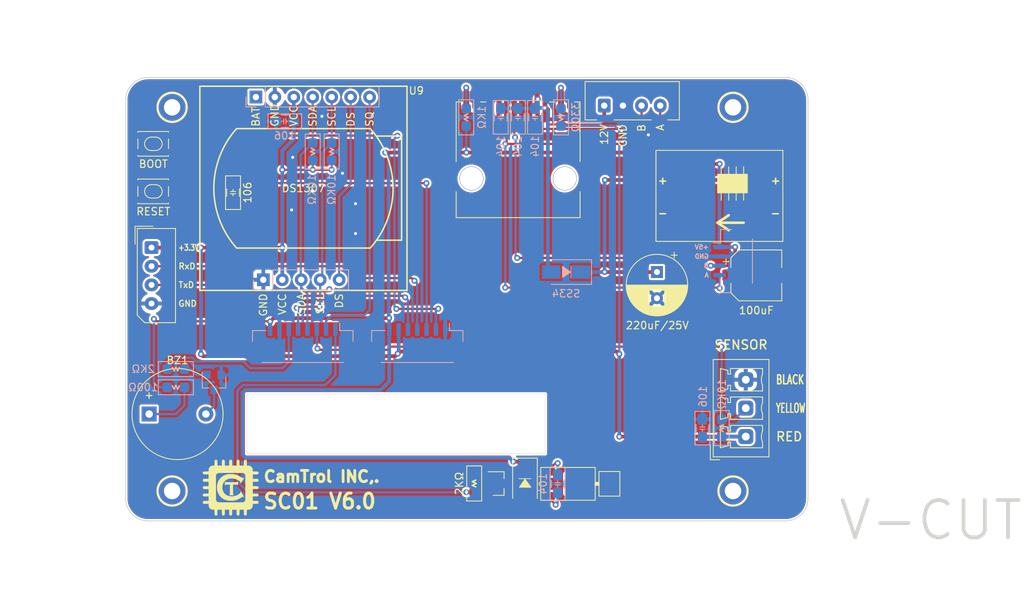
<source format=kicad_pcb>
(kicad_pcb (version 20240108) (generator "pcbnew") (generator_version "8.0")
  (layers (0 "F.Cu" signal) (31 "B.Cu" signal) (34 "B.Paste" user) (35 "F.Paste" user) (36 "B.SilkS" user "B.Silkscreen") (37 "F.SilkS" user "F.Silkscreen") (38 "B.Mask" user) (39 "F.Mask" user) (44 "Edge.Cuts" user))
  (net 0 "")
  (net 1 "GNDPWR")
  (net 2 "+3V3")
  (net 3 "+5V")
  (net 4 "/485-A")
  (net 5 "/485-B")
  (net 6 "unconnected-(U9-DS-Pad2)")
  (net 7 "Net-(D1-K)")
  (net 8 "/SCL")
  (net 9 "/SDA")
  (net 10 "Net-(J4-Pin_2)")
  (net 11 "From Main 12V")
  (net 17 "Net-(Q15-B)")
  (net 18 "Net-(D3-A)")
  (net 19 "Net-(Q1-B)")
  (net 21 "Net-(BZ1--)")
  (net 22 "Net-(BZ1-+)")
  (net 24 "Net-(J5-Pin_1)")
  (net 25 "Net-(J5-Pin_2)")
  (net 26 "Net-(J5-Pin_6)")
  (net 27 "Net-(J7-Pin_3)")
  (net 28 "Net-(J2-Pin_2)")
  (net 29 "Net-(J2-Pin_3)")
  (net 30 "Net-(J7-Pin_2)")
  (net 31 "Net-(J1-Pad12)")
  (net 33 "Net-(J1-Pad10)")
  (footprint "Server.pretty:PhoenixContact_MCV_1,5_3-G-3.81_1x03_P3.81mm_Vertical" (layer "F.Cu") (at 136.29 89.78 90)
    (property "Reference" "J4" (hide yes))
    (property "Value" "Conn_01x03_Pin" (hide yes))
  )
  (footprint "Server.pretty:MountingHole_SC01" (layer "F.Cu") (at 134.58 45.67)
    (property "Reference" "H5" (hide yes))
    (property "Value" "MH" (hide yes))
  )
  (footprint "Server.pretty:TS-3404" (layer "F.Cu") (at 56.9 50.56 90)
    (property "Reference" "SW1" (hide yes))
    (property "Value" "BOOT")
  )
  (footprint "Server:DS1307" (layer "F.Cu") (at 77.03 56.52)
    (property "Reference" "U9")
    (property "Value" "DS1307")
  )
  (footprint "Server:RJ45_LED_SMD" (layer "F.Cu") (at 105.79 43.4)
    (property "Reference" "J1" (hide yes))
    (property "Value" "RJ45_LED" (hide yes))
  )
  (footprint "Server.pretty:3610-Motor" (layer "F.Cu") (at 116.12 96.11 180)
    (property "Reference" "M1" (hide yes))
    (property "Value" "MOTOR" (hide yes))
  )
  (footprint "Server.pretty:SOT-23" (layer "F.Cu") (at 103.15 96.07)
    (property "Reference" "Q15" (hide yes))
    (property "Value" "MMBTA42L" (hide yes))
  )
  (footprint "Server.pretty:R_0805_HandSoldering" (layer "F.Cu") (at 99.91 96.06 -90)
    (property "Reference" "R17" (hide yes))
    (property "Value" "2KΩ")
  )
  (footprint "Capacitor_SMD:CP_Elec_6.3x5.3" (layer "F.Cu") (at 137.7 68.18)
    (property "Reference" "C17" (hide yes))
    (property "Value" "100uF")
  )
  (footprint "Buzzer_Beeper:Buzzer_12x9.5RM7.6" (layer "F.Cu") (at 56.36 86.76)
    (property "Reference" "BZ1")
    (property "Value" "Buzzer" (hide yes))
  )
  (footprint "Server.pretty:TS-3404" (layer "F.Cu") (at 56.9 56.93 90)
    (property "Reference" "SW2" (hide yes))
    (property "Value" "RESET")
  )
  (footprint "Server.pretty:C_0805_HandSoldering" (layer "F.Cu") (at 67.6 57.1 90)
    (property "Reference" "C5" (hide yes))
    (property "Value" "106")
  )
  (footprint "Server.pretty:MountingHole_SC01" (layer "F.Cu") (at 59.44 97.07)
    (property "Reference" "H4" (hide yes))
    (property "Value" "MH" (hide yes))
  )
  (footprint "Server:TZT-SMD" (layer "F.Cu") (at 130.505 55.63 180)
    (property "Reference" "MO1" (hide yes))
    (property "Value" "MP1584" (hide yes))
  )
  (footprint "Server.pretty:D_SMA" (layer "F.Cu") (at 106.71 96.07 -90)
    (property "Reference" "D3" (hide yes))
    (property "Value" "SS34" (hide yes))
  )
  (footprint "Server.pretty:logo" (layer "F.Cu") (at 67.3 96.59)
    (property "Reference" "G***" (hide yes))
    (property "Value" "LOGO" (hide yes))
  )
  (footprint "Server.pretty:MountingHole_SC01" (layer "F.Cu") (at 134.58 97.07)
    (property "Reference" "H6" (hide yes))
    (property "Value" "MH" (hide yes))
  )
  (footprint "Server.pretty:Molex_SPOX_5267-04A_1x04_P2.50mm_Vertical" (layer "F.Cu") (at 56.68 68.27 -90)
    (property "Reference" "J2" (hide yes))
    (property "Value" "5267-04P" (hide yes))
  )
  (footprint "Server:XH2.54-4P" (layer "F.Cu") (at 121.14 45.44)
    (property "Reference" "J6" (hide yes))
    (property "Value" "5267-04P" (hide yes))
  )
  (footprint "Capacitor_THT:CP_Radial_D8.0mm_P3.50mm" (layer "F.Cu") (at 124.39 67.737349 -90)
    (property "Reference" "C22" (hide yes))
    (property "Value" "220uF/25V")
  )
  (footprint "Server.pretty:MountingHole_SC01" (layer "F.Cu") (at 59.44 45.67)
    (property "Reference" "H3" (hide yes))
    (property "Value" "MH" (hide yes))
  )
  (footprint "Server.pretty:C_0805_HandSoldering" (layer "B.Cu") (at 74.535 47.54 180)
    (property "Reference" "C1" (hide yes))
    (property "Value" "106")
  )
  (footprint "Connector_JST:JST_GH_SM07B-GHS-TB_1x07-1MP_P1.25mm_Horizontal" (layer "B.Cu") (at 92.28 77.29 180)
    (property "Reference" "J7" (hide yes))
    (property "Value" "Conn_01x8_Male" (hide yes))
  )
  (footprint "Server.pretty:C_0805_HandSoldering" (layer "B.Cu") (at 130.48 88.65 -90)
    (property "Reference" "C2" (hide yes))
    (property "Value" "106")
  )
  (footprint "Server.pretty:R_0805_HandSoldering" (layer "B.Cu") (at 80.815 51.6 -90)
    (property "Reference" "R42" (hide yes))
    (property "Value" "10KΩ")
  )
  (footprint "Server.pretty:R_0805_HandSoldering" (layer "B.Cu") (at 78.275 51.6 -90)
    (property "Reference" "R43" (hide yes))
    (property "Value" "10KΩ")
  )
  (footprint "Server.pretty:C_0805_HandSoldering" (layer "B.Cu") (at 111.08 96.11 -90)
    (property "Reference" "C3" (hide yes))
    (property "Value" "104")
  )
  (footprint "Server.pretty:C_0805_HandSoldering" (layer "B.Cu") (at 103.46 47.01 90)
    (property "Reference" "C4" (hide yes))
    (property "Value" "104")
  )
  (footprint "Server.pretty:C_0805_HandSoldering" (layer "B.Cu") (at 108.06 47.01 90)
    (property "Reference" "C16" (hide yes))
    (property "Value" "104")
  )
  (footprint "Server.pretty:SOT-23" (layer "B.Cu") (at 65.05 82.51 -90)
    (property "Reference" "Q1" (hide yes))
    (property "Value" "MMBTA42L" (hide yes))
  )
  (footprint "Server.pretty:D_SMA" (layer "B.Cu") (at 112.23 67.74 180)
    (property "Reference" "D1" (hide yes))
    (property "Value" "SS34")
  )
  (footprint "Server.pretty:C_0805_HandSoldering" (layer "B.Cu") (at 105.76 47.01 90)
    (property "Reference" "C15" (hide yes))
    (property "Value" "104")
  )
  (footprint "Connector_JST:JST_GH_SM08B-GHS-TB_1x08-1MP_P1.25mm_Horizontal" (layer "B.Cu") (at 76.94 77.29 180)
    (property "Reference" "J5" (hide yes))
    (property "Value" "Conn_01x08_Pin" (hide yes))
  )
  (footprint "Server:R_0805_HandSoldering" (layer "B.Cu") (at 111.53 47.01 -90)
    (property "Reference" "R4" (hide yes))
    (property "Value" "330Ω")
  )
  (footprint "Server.pretty:R_0805_HandSoldering" (layer "B.Cu") (at 98.84 47.01 90)
    (property "Reference" "R40" (hide yes))
    (property "Value" "1KΩ")
  )
  (footprint "Server.pretty:R_0805_HandSoldering" (layer "B.Cu") (at 59.94 83.18 180)
    (property "Reference" "R3" (hide yes))
    (property "Value" "100Ω")
  )
  (footprint "Connector_JST:JST_GH_SM04B-GHS-TB_1x04-1MP_P1.25mm_Horizontal" (layer "B.Cu") (at 134.62 66.265 -90)
    (property "Reference" "J3" (hide yes))
    (property "Value" "Conn_01x04_Pin" (hide yes))
  )
  (footprint "Server.pretty:R_0805_HandSoldering" (layer "B.Cu") (at 59.94 80.73 180)
    (property "Reference" "R2" (hide yes))
    (property "Value" "2KΩ")
  )
  (footprint "Server.pretty:R_0805_HandSoldering" (layer "B.Cu") (at 133.07 88.65 90)
    (property "Reference" "R1" (hide yes))
    (property "Value" "10KΩ")
  )
  (gr_rect (start 69.44 84.07) (end 109.44 92.07) (stroke (width 0.05)) (fill none) (layer "Edge.Cuts"))
  (gr_arc (start 56.22 101.07) (mid 54.09868 100.19132) (end 53.22 98.07) (stroke (width 0.12)) (layer "Edge.Cuts"))
  (gr_arc (start 144.62 98.07) (mid 143.74132 100.19132) (end 141.62 101.07) (stroke (width 0.12)) (layer "Edge.Cuts"))
  (gr_line (start 144.62 98.07) (end 144.62 44.67) (stroke (width 0.12)) (layer "Edge.Cuts"))
  (gr_line (start 141.62 41.67) (end 56.22 41.67) (stroke (width 0.12)) (layer "Edge.Cuts"))
  (gr_arc (start 141.62 41.67) (mid 143.74132 42.54868) (end 144.62 44.67) (stroke (width 0.12)) (layer "Edge.Cuts"))
  (gr_line (start 141.62 101.07) (end 56.22 101.07) (stroke (width 0.12)) (layer "Edge.Cuts"))
  (gr_line (start 53.22 98.07) (end 53.22 44.67) (stroke (width 0.12)) (layer "Edge.Cuts"))
  (gr_arc (start 53.22 44.67) (mid 54.09868 42.54868) (end 56.22 41.67) (stroke (width 0.12)) (layer "Edge.Cuts"))
  (gr_text "SC01 V6.0" (at 71.48 98.45 0) (layer "F.SilkS") (effects (font (size 2 1.9) (thickness 0.4)) (justify left)))
  (gr_text "RxD" (at 60.21 66.96 0) (layer "F.SilkS") (effects (font (size 0.8 0.8)) (justify left)))
  (gr_text "CamTrol INC,." (at 71.52 95.14 0) (layer "F.SilkS") (effects (font (size 1.5 1.5) (thickness 0.375)) (justify left)))
  (gr_text "RED" (at 140.23 89.79 0) (layer "F.SilkS") (effects (font (size 1.2 1.2) (thickness 0.2)) (justify left)))
  (gr_text "SENSOR" (at 131.98 77.49 0) (layer "F.SilkS") (effects (font (size 1.2 1.2) (thickness 0.2)) (justify left)))
  (gr_text "+3.3V" (at 60.21 64.46 0) (layer "F.SilkS") (effects (font (size 0.8 0.6)) (justify left)))
  (gr_text "TxD" (at 60.21 69.46 0) (layer "F.SilkS") (effects (font (size 0.8 0.8)) (justify left)))
  (gr_text "YELLOW" (at 140.24 85.97 0) (layer "F.SilkS") (effects (font (size 1.2 0.7) (thickness 0.175)) (justify left)))
  (gr_text "GND" (at 60.19 71.96 0) (layer "F.SilkS") (effects (font (size 0.8 0.8)) (justify left)))
  (gr_text "BLACK" (at 140.24 82.16 0) (layer "F.SilkS") (effects (font (size 1.2 0.8) (thickness 0.2)) (justify left)))
  (gr_text "V-CUT" (at 161.06 100.99 0) (layer "Edge.Cuts") (effects (font (size 5 5) (thickness 0.5))))
  (via (at 123.24 49.36) (size 0.8) (drill 0.4) (layers "F.Cu" "B.Cu") (net 1))
  (via (at 78.24 56.87) (size 0.8) (drill 0.4) (layers "F.Cu" "B.Cu") (net 1))
  (via (at 84.01 62.58) (size 0.8) (drill 0.4) (layers "F.Cu" "B.Cu") (net 1))
  (via (at 82.26 54.5) (size 0.8) (drill 0.4) (layers "F.Cu" "B.Cu") (net 1))
  (via (at 75.45 59.41) (size 0.8) (drill 0.4) (layers "F.Cu" "B.Cu") (net 1))
  (via (at 75.59 52.37) (size 0.8) (drill 0.4) (layers "F.Cu" "B.Cu") (net 1))
  (via (at 84.01 58.58) (size 0.8) (drill 0.4) (layers "F.Cu" "B.Cu") (net 1))
  (via (at 79.51 46.87) (size 0.8) (drill 0.4) (layers "F.Cu" "B.Cu") (net 1))
  (segment (start 56.69 64.47) (end 56.68 64.46) (width 0.5) (layer "F.Cu") (net 2))
  (segment (start 89.66 78.67) (end 89.33 79) (width 0.5) (layer "F.Cu") (net 2))
  (segment (start 78.28 54.04) (end 74.195 54.04) (width 0.3) (layer "F.Cu") (net 2))
  (segment (start 119.03 78.4) (end 89.93 78.4) (width 0.5) (layer "F.Cu") (net 2))
  (segment (start 119.35 78.72) (end 119.03 78.4) (width 0.5) (layer "F.Cu") (net 2))
  (segment (start 80.81 54.04) (end 78.28 54.04) (width 0.3) (layer "F.Cu") (net 2))
  (segment (start 89.33 79) (end 63.56 79) (width 0.5) (layer "F.Cu") (net 2))
  (segment (start 63.3 64.47) (end 56.69 64.47) (width 0.5) (layer "F.Cu") (net 2))
  (segment (start 63.3 64.47) (end 74.195 64.47) (width 0.5) (layer "F.Cu") (net 2))
  (segment (start 119.34 89.78) (end 119.35 89.79) (width 0.5) (layer "F.Cu") (net 2))
  (segment (start 136.29 89.78) (end 119.34 89.78) (width 0.5) (layer "F.Cu") (net 2))
  (segment (start 63.56 79) (end 63.3 78.74) (width 0.5) (layer "F.Cu") (net 2))
  (segment (start 89.93 78.4) (end 89.66 78.67) (width 0.5) (layer "F.Cu") (net 2))
  (via (at 78.28 54.04) (size 0.8) (drill 0.4) (layers "F.Cu" "B.Cu") (net 2))
  (via (at 80.81 54.04) (size 0.8) (drill 0.4) (layers "F.Cu" "B.Cu") (net 2))
  (via (at 119.35 78.72) (size 0.8) (drill 0.4) (layers "F.Cu" "B.Cu") (net 2))
  (via (at 89.66 78.67) (size 0.8) (drill 0.4) (layers "F.Cu" "B.Cu") (net 2))
  (via (at 74.195 54.04) (size 0.8) (drill 0.4) (layers "F.Cu" "B.Cu") (net 2))
  (via (at 63.3 78.74) (size 0.8) (drill 0.4) (layers "F.Cu" "B.Cu") (net 2))
  (via (at 63.3 64.47) (size 0.8) (drill 0.4) (layers "F.Cu" "B.Cu") (net 2))
  (via (at 119.35 89.79) (size 0.8) (drill 0.4) (layers "F.Cu" "B.Cu") (net 2))
  (via (at 74.195 64.47) (size 0.8) (drill 0.4) (layers "F.Cu" "B.Cu") (net 2))
  (segment (start 119.35 89.79) (end 119.35 78.72) (width 0.5) (layer "B.Cu") (net 2))
  (segment (start 80.815 52.75) (end 80.815 54.035) (width 0.3) (layer "B.Cu") (net 2))
  (segment (start 136.27 89.8) (end 136.29 89.78) (width 0.5) (layer "B.Cu") (net 2))
  (segment (start 74.195 68.77) (end 74.195 64.47) (width 0.5) (layer "B.Cu") (net 2))
  (segment (start 80.815 54.035) (end 80.81 54.04) (width 0.3) (layer "B.Cu") (net 2))
  (segment (start 75.735 47.54) (end 75.735 44.295) (width 0.5) (layer "B.Cu") (net 2))
  (segment (start 78.275 52.75) (end 78.275 54.035) (width 0.3) (layer "B.Cu") (net 2))
  (segment (start 130.48 89.85) (end 133.02 89.85) (width 0.5) (layer "B.Cu") (net 2))
  (segment (start 75.735 49.935) (end 75.735 47.54) (width 0.5) (layer "B.Cu") (net 2))
  (segment (start 74.195 54.04) (end 74.195 51.475) (width 0.5) (layer "B.Cu") (net 2))
  (segment (start 78.275 54.035) (end 78.28 54.04) (width 0.3) (layer "B.Cu") (net 2))
  (segment (start 89.79 75.45) (end 89.78 75.44) (width 0.5) (layer "B.Cu") (net 2))
  (segment (start 119.35 48.75) (end 118.76 48.16) (width 0.3) (layer "B.Cu") (net 2))
  (segment (start 119.35 78.72) (end 119.35 48.75) (width 0.3) (layer "B.Cu") (net 2))
  (segment (start 133.07 89.8) (end 136.27 89.8) (width 0.5) (layer "B.Cu") (net 2))
  (segment (start 63.3 78.74) (end 63.3 64.47) (width 0.5) (layer "B.Cu") (net 2))
  (segment (start 133.02 89.85) (end 133.07 89.8) (width 0.5) (layer "B.Cu") (net 2))
  (segment (start 118.76 48.16) (end 111.53 48.16) (width 0.3) (layer "B.Cu") (net 2))
  (segment (start 89.66 78.67) (end 89.79 78.54) (width 0.5) (layer "B.Cu") (net 2))
  (segment (start 89.79 78.54) (end 89.79 75.45) (width 0.5) (layer "B.Cu") (net 2))
  (segment (start 74.195 51.475) (end 75.735 49.935) (width 0.5) (layer "B.Cu") (net 2))
  (segment (start 74.195 64.47) (end 74.195 54.04) (width 0.5) (layer "B.Cu") (net 2))
  (segment (start 132.79 53.25) (end 132.78 53.26) (width 0.5) (layer "F.Cu") (net 3))
  (segment (start 132.78 53.26) (end 125.165 53.26) (width 0.5) (layer "F.Cu") (net 3))
  (segment (start 120.73 51.73) (end 122.26 53.26) (width 0.5) (layer "F.Cu") (net 3))
  (segment (start 72.54 74.33) (end 57.3 74.33) (width 0.3) (layer "F.Cu") (net 3))
  (segment (start 88.51 73.89) (end 88.49 73.91) (width 0.5) (layer "F.Cu") (net 3))
  (segment (start 111.09 93.35) (end 110.78 93.35) (width 0.3) (layer "F.Cu") (net 3))
  (segment (start 88 51.73) (end 98.86 51.73) (width 0.5) (layer "F.Cu") (net 3))
  (segment (start 73.02 73.91) (end 72.57 74.36) (width 0.5) (layer "F.Cu") (net 3))
  (segment (start 105.77 93.13) (end 106.71 94.07) (width 0.5) (layer "F.Cu") (net 3))
  (segment (start 105.15 93.13) (end 105.77 93.13) (width 0.5) (layer "F.Cu") (net 3))
  (segment (start 122.26 53.26) (end 125.165 53.26) (width 0.5) (layer "F.Cu") (net 3))
  (segment (start 57.3 74.33) (end 57 74.03) (width 0.3) (layer "F.Cu") (net 3))
  (segment (start 134.87 68.15) (end 134.9 68.18) (width 0.5) (layer "F.Cu") (net 3))
  (segment (start 106.71 94.07) (end 107.06 94.42) (width 0.5) (layer "F.Cu") (net 3))
  (segment (start 88.49 73.91) (end 73.02 73.91) (width 0.5) (layer "F.Cu") (net 3))
  (segment (start 72.57 74.36) (end 72.54 74.33) (width 0.3) (layer "F.Cu") (net 3))
  (segment (start 109.72 94.41) (end 109.54 94.41) (width 0.3) (layer "F.Cu") (net 3))
  (segment (start 107.06 94.42) (end 109.71 94.42) (width 0.5) (layer "F.Cu") (net 3))
  (segment (start 98.86 51.73) (end 120.73 51.73) (width 0.5) (layer "F.Cu") (net 3))
  (segment (start 109.71 94.42) (end 109.72 94.41) (width 0.3) (layer "F.Cu") (net 3))
  (segment (start 134.87 64.38) (end 134.87 68.15) (width 0.5) (layer "F.Cu") (net 3))
  (segment (start 110.78 93.35) (end 109.72 94.41) (width 0.3) (layer "F.Cu") (net 3))
  (via (at 88 51.73) (size 0.8) (drill 0.4) (layers "F.Cu" "B.Cu") (net 3))
  (via (at 88.51 73.89) (size 0.8) (drill 0.4) (layers "F.Cu" "B.Cu") (net 3))
  (via (at 72.57 74.36) (size 0.8) (drill 0.4) (layers "F.Cu" "B.Cu") (net 3))
  (via (at 105.15 93.13) (size 0.8) (drill 0.4) (layers "F.Cu" "B.Cu") (net 3))
  (via (at 111.09 93.35) (size 0.8) (drill 0.4) (layers "F.Cu" "B.Cu") (net 3))
  (via (at 57 74.03) (size 0.8) (drill 0.4) (layers "F.Cu" "B.Cu") (net 3))
  (via (at 132.79 53.25) (size 0.8) (drill 0.4) (layers "F.Cu" "B.Cu") (net 3))
  (via (at 98.86 51.73) (size 0.8) (drill 0.4) (layers "F.Cu" "B.Cu") (net 3))
  (via (at 134.87 64.38) (size 0.8) (drill 0.4) (layers "F.Cu" "B.Cu") (net 3))
  (segment (start 88.51 73.89) (end 88.52 73.9) (width 0.5) (layer "B.Cu") (net 3))
  (segment (start 111.08 94.91) (end 111.08 93.36) (width 0.3) (layer "B.Cu") (net 3))
  (segment (start 88.52 73.9) (end 88.52 82.39) (width 0.5) (layer "B.Cu") (net 3))
  (segment (start 88.45 52.18) (end 88.45 73.83) (width 0.5) (layer "B.Cu") (net 3))
  (segment (start 88.45 73.83) (end 88.51 73.89) (width 0.5) (layer "B.Cu") (net 3))
  (segment (start 98.84 51.71) (end 98.86 51.73) (width 0.3) (layer "B.Cu") (net 3))
  (segment (start 111.08 93.36) (end 111.09 93.35) (width 0.3) (layer "B.Cu") (net 3))
  (segment (start 134.86 64.39) (end 134.87 64.38) (width 0.5) (layer "B.Cu") (net 3))
  (segment (start 132.77 64.39) (end 134.86 64.39) (width 0.5) (layer "B.Cu") (net 3))
  (segment (start 132.79 53.25) (end 132.77 53.27) (width 0.5) (layer "B.Cu") (net 3))
  (segment (start 104.64 92.62) (end 105.15 93.13) (width 0.5) (layer "B.Cu") (net 3))
  (segment (start 68.88 83.89) (end 68.88 92.24) (width 0.5) (layer "B.Cu") (net 3))
  (segment (start 69.25 83.52) (end 68.88 83.89) (width 0.5) (layer "B.Cu") (net 3))
  (segment (start 58.79 83.18) (end 57.6 83.18) (width 0.3) (layer "B.Cu") (net 3))
  (segment (start 57 82.58) (end 57 74.03) (width 0.3) (layer "B.Cu") (net 3))
  (segment (start 88.52 82.39) (end 87.39 83.52) (width 0.5) (layer "B.Cu") (net 3))
  (segment (start 88 51.73) (end 88.45 52.18) (width 0.5) (layer "B.Cu") (net 3))
  (segment (start 57.6 83.18) (end 57 82.58) (width 0.3) (layer "B.Cu") (net 3))
  (segment (start 132.77 53.27) (end 132.77 64.39) (width 0.5) (layer "B.Cu") (net 3))
  (segment (start 69.26 92.62) (end 104.64 92.62) (width 0.5) (layer "B.Cu") (net 3))
  (segment (start 72.57 74.36) (end 72.57 75.435) (width 0.5) (layer "B.Cu") (net 3))
  (segment (start 68.88 92.24) (end 69.26 92.62) (width 0.5) (layer "B.Cu") (net 3))
  (segment (start 98.84 48.16) (end 98.84 51.71) (width 0.3) (layer "B.Cu") (net 3))
  (segment (start 111.09 94.9) (end 111.08 94.91) (width 0.3) (layer "B.Cu") (net 3))
  (segment (start 87.39 83.52) (end 69.25 83.52) (width 0.5) (layer "B.Cu") (net 3))
  (segment (start 132.71 69.82) (end 132.79 69.9) (width 0.3) (layer "F.Cu") (net 4))
  (segment (start 104.26 50.39) (end 104.26 45.51) (width 0.3) (layer "F.Cu") (net 4))
  (segment (start 104.08 50.57) (end 104.26 50.39) (width 0.3) (layer "F.Cu") (net 4))
  (segment (start 124.83 45.44) (end 124.83 49.78) (width 0.3) (layer "F.Cu") (net 4))
  (segment (start 124.83 49.78) (end 124.04 50.57) (width 0.3) (layer "F.Cu") (net 4))
  (segment (start 104.07 69.82) (end 132.71 69.82) (width 0.3) (layer "F.Cu") (net 4))
  (segment (start 124.04 50.57) (end 104.08 50.57) (width 0.3) (layer "F.Cu") (net 4))
  (via (at 132.79 69.9) (size 0.8) (drill 0.4) (layers "F.Cu" "B.Cu") (net 4))
  (via (at 104.08 50.57) (size 0.8) (drill 0.4) (layers "F.Cu" "B.Cu") (net 4))
  (via (at 104.07 69.82) (size 0.8) (drill 0.4) (layers "F.Cu" "B.Cu") (net 4))
  (segment (start 104.08 50.57) (end 104.08 69.81) (width 0.3) (layer "B.Cu") (net 4))
  (segment (start 104.08 69.81) (end 104.07 69.82) (width 0.3) (layer "B.Cu") (net 4))
  (segment (start 132.79 69.9) (end 132.79 68.16) (width 0.3) (layer "B.Cu") (net 4))
  (segment (start 132.79 68.16) (end 132.77 68.14) (width 0.3) (layer "B.Cu") (net 4))
  (segment (start 125.59 65.85) (end 126.63 66.89) (width 0.3) (layer "F.Cu") (net 5))
  (segment (start 121.86 48.56) (end 105.29 48.56) (width 0.3) (layer "F.Cu") (net 5))
  (segment (start 126.63 66.89) (end 131.59 66.89) (width 0.3) (layer "F.Cu") (net 5))
  (segment (start 105.67 65.85) (end 125.59 65.85) (width 0.3) (layer "F.Cu") (net 5))
  (segment (start 105.385 49.685) (end 105.28 49.58) (width 0.3) (layer "F.Cu") (net 5))
  (segment (start 122.33 45.44) (end 122.33 48.09) (width 0.3) (layer "F.Cu") (net 5))
  (segment (start 105.28 48.57) (end 105.28 45.51) (width 0.3) (layer "F.Cu") (net 5))
  (segment (start 105.28 49.58) (end 105.28 48.57) (width 0.3) (layer "F.Cu") (net 5))
  (segment (start 122.33 48.09) (end 121.86 48.56) (width 0.3) (layer "F.Cu") (net 5))
  (segment (start 105.29 48.56) (end 105.28 48.57) (width 0.3) (layer "F.Cu") (net 5))
  (via (at 131.59 66.89) (size 0.8) (drill 0.4) (layers "F.Cu" "B.Cu") (net 5))
  (via (at 105.385 49.685) (size 0.8) (drill 0.4) (layers "F.Cu" "B.Cu") (net 5))
  (via (at 105.67 65.85) (size 0.8) (drill 0.4) (layers "F.Cu" "B.Cu") (net 5))
  (segment (start 131.59 66.89) (end 132.77 66.89) (width 0.3) (layer "B.Cu") (net 5))
  (segment (start 105.46 49.76) (end 105.46 65.64) (width 0.3) (layer "B.Cu") (net 5))
  (segment (start 105.46 65.64) (end 105.67 65.85) (width 0.3) (layer "B.Cu") (net 5))
  (segment (start 105.385 49.685) (end 105.46 49.76) (width 0.3) (layer "B.Cu") (net 5))
  (segment (start 83.355 55.985) (end 81.815 57.525) (width 0.3) (layer "B.Cu") (net 6))
  (segment (start 83.355 44.295) (end 83.355 55.985) (width 0.3) (layer "B.Cu") (net 6))
  (segment (start 81.815 57.525) (end 81.815 68.77) (width 0.3) (layer "B.Cu") (net 6))
  (segment (start 117.425 55.4) (end 136.1 55.4) (width 0.5) (layer "F.Cu") (net 7))
  (segment (start 124.39 67.737349) (end 117.382349 67.737349) (width 0.5) (layer "F.Cu") (net 7))
  (segment (start 140.255 53.3) (end 140.295 53.26) (width 0.5) (layer "F.Cu") (net 7))
  (segment (start 136.1 55.4) (end 138.2 53.3) (width 0.5) (layer "F.Cu") (net 7))
  (segment (start 117.382349 67.737349) (end 117.375 67.73) (width 0.5) (layer "F.Cu") (net 7))
  (segment (start 138.2 53.3) (end 140.255 53.3) (width 0.5) (layer "F.Cu") (net 7))
  (via (at 117.425 55.4) (size 0.8) (drill 0.4) (layers "F.Cu" "B.Cu") (net 7))
  (via (at 117.375 67.73) (size 0.8) (drill 0.4) (layers "F.Cu" "B.Cu") (net 7))
  (segment (start 114.23 67.74) (end 117.365 67.74) (width 0.5) (layer "B.Cu") (net 7))
  (segment (start 117.365 67.74) (end 117.375 67.73) (width 0.5) (layer "B.Cu") (net 7))
  (segment (start 117.425 55.4) (end 117.375 55.45) (width 0.5) (layer "B.Cu") (net 7))
  (segment (start 117.375 55.45) (end 117.375 67.73) (width 0.5) (layer "B.Cu") (net 7))
  (segment (start 76.13 72.54) (end 76.29 72.38) (width 0.3) (layer "F.Cu") (net 8))
  (segment (start 76.29 72.38) (end 79.18 72.38) (width 0.3) (layer "F.Cu") (net 8))
  (via (at 79.18 72.38) (size 0.8) (drill 0.4) (layers "F.Cu" "B.Cu") (net 8))
  (via (at 76.13 72.54) (size 0.8) (drill 0.4) (layers "F.Cu" "B.Cu") (net 8))
  (segment (start 79.55 68.495) (end 79.55 51.715) (width 0.3) (layer "B.Cu") (net 8))
  (segment (start 76.315 72.725) (end 76.315 75.775) (width 0.3) (layer "B.Cu") (net 8))
  (segment (start 79.275 72.285) (end 79.275 68.77) (width 0.3) (layer "B.Cu") (net 8))
  (segment (start 79.55 51.715) (end 80.815 50.45) (width 0.3) (layer "B.Cu") (net 8))
  (segment (start 79.18 72.38) (end 79.275 72.285) (width 0.3) (layer "B.Cu") (net 8))
  (segment (start 80.815 50.45) (end 80.815 44.295) (width 0.3) (layer "B.Cu") (net 8))
  (segment (start 79.275 68.77) (end 79.55 68.495) (width 0.3) (layer "B.Cu") (net 8))
  (segment (start 76.13 72.54) (end 76.315 72.725) (width 0.3) (layer "B.Cu") (net 8))
  (segment (start 80.23 70.31) (end 77.12 70.31) (width 0.3) (layer "F.Cu") (net 9))
  (segment (start 76.735 69.925) (end 76.735 68.77) (width 0.3) (layer "F.Cu") (net 9))
  (segment (start 77.12 70.31) (end 76.735 69.925) (width 0.3) (layer "F.Cu") (net 9))
  (segment (start 80.5 70.04) (end 80.23 70.31) (width 0.3) (layer "F.Cu") (net 9))
  (via (at 80.5 70.04) (size 0.8) (drill 0.4) (layers "F.Cu" "B.Cu") (net 9))
  (segment (start 80.72 70.26) (end 80.5 70.04) (width 0.3) (layer "B.Cu") (net 9))
  (segment (start 76.735 69.825) (end 77.565 70.655) (width 0.3) (layer "B.Cu") (net 9))
  (segment (start 78.275 50.45) (end 78.275 44.295) (width 0.3) (layer "B.Cu") (net 9))
  (segment (start 76.67 68.705) (end 76.67 52.055) (width 0.3) (layer "B.Cu") (net 9))
  (segment (start 76.67 52.055) (end 78.275 50.45) (width 0.3) (layer "B.Cu") (net 9))
  (segment (start 77.565 70.655) (end 77.565 76.025) (width 0.3) (layer "B.Cu") (net 9))
  (segment (start 76.735 68.77) (end 76.67 68.705) (width 0.3) (layer "B.Cu") (net 9))
  (segment (start 76.735 68.77) (end 76.735 69.825) (width 0.3) (layer "B.Cu") (net 9))
  (segment (start 88.24 78.16) (end 79.08 78.16) (width 0.3) (layer "F.Cu") (net 10))
  (segment (start 79.08 78.16) (end 78.91 77.99) (width 0.3) (layer "F.Cu") (net 10))
  (segment (start 133.02 77.73) (end 133.03 77.74) (width 0.3) (layer "F.Cu") (net 10))
  (segment (start 88.67 77.73) (end 88.24 78.16) (width 0.3) (layer "F.Cu") (net 10))
  (segment (start 114.06 77.73) (end 88.67 77.73) (width 0.3) (layer "F.Cu") (net 10))
  (segment (start 114.06 77.73) (end 133.02 77.73) (width 0.3) (layer "F.Cu") (net 10))
  (via (at 133.03 77.74) (size 0.8) (drill 0.4) (layers "F.Cu" "B.Cu") (net 10))
  (via (at 78.91 77.99) (size 0.8) (drill 0.4) (layers "F.Cu" "B.Cu") (net 10))
  (segment (start 133.07 78.27) (end 133.07 87.5) (width 0.3) (layer "B.Cu") (net 10))
  (segment (start 134.76 87.5) (end 136.29 85.97) (width 0.3) (layer "B.Cu") (net 10))
  (segment (start 133.03 77.74) (end 133.03 78.23) (width 0.3) (layer "B.Cu") (net 10))
  (segment (start 78.82 77.9) (end 78.82 75.445) (width 0.3) (layer "B.Cu") (net 10))
  (segment (start 133.07 87.5) (end 134.76 87.5) (width 0.3) (layer "B.Cu") (net 10))
  (segment (start 133.03 78.23) (end 133.07 78.27) (width 0.3) (layer "B.Cu") (net 10))
  (segment (start 78.82 75.445) (end 78.815 75.44) (width 0.3) (layer "B.Cu") (net 10))
  (segment (start 78.91 77.99) (end 78.82 77.9) (width 0.3) (layer "B.Cu") (net 10))
  (segment (start 109.36 45.51) (end 109.36 45.75) (width 0.5) (layer "F.Cu") (net 11))
  (segment (start 117.33 46.75) (end 116.81 47.27) (width 0.5) (layer "F.Cu") (net 11))
  (segment (start 108.34 44.63) (end 108.42 44.55) (width 0.5) (layer "F.Cu") (net 11))
  (segment (start 117.33 45.44) (end 117.33 46.75) (width 0.5) (layer "F.Cu") (net 11))
  (segment (start 116.81 47.27) (end 109.81 47.27) (width 0.5) (layer "F.Cu") (net 11))
  (segment (start 109.81 47.27) (end 109.81 45.96) (width 0.5) (layer "F.Cu") (net 11))
  (segment (start 108.34 45.51) (end 108.34 44.63) (width 0.5) (layer "F.Cu") (net 11))
  (segment (start 109.81 45.96) (end 109.36 45.51) (width 0.5) (layer "F.Cu") (net 11))
  (via (at 109.36 45.75) (size 0.8) (drill 0.4) (layers "F.Cu" "B.Cu") (net 11))
  (via (at 108.42 44.55) (size 0.8) (drill 0.4) (layers "F.Cu" "B.Cu") (net 11))
  (segment (start 109.78 67.29) (end 109.78 46.17) (width 0.5) (layer "B.Cu") (net 11))
  (segment (start 110.23 67.74) (end 109.78 67.29) (width 0.5) (layer "B.Cu") (net 11))
  (segment (start 109.36 45.75) (end 108.32 45.75) (width 0.5) (layer "B.Cu") (net 11))
  (segment (start 108.12 45.75) (end 108.06 45.81) (width 0.5) (layer "B.Cu") (net 11))
  (segment (start 108.3 45.75) (end 108.12 45.75) (width 0.5) (layer "B.Cu") (net 11))
  (segment (start 108.31 45.76) (end 108.3 45.75) (width 0.5) (layer "B.Cu") (net 11))
  (segment (start 108.42 44.55) (end 108.42 45.45) (width 0.5) (layer "B.Cu") (net 11))
  (segment (start 105.76 45.81) (end 108.06 45.81) (width 0.5) (layer "B.Cu") (net 11))
  (segment (start 108.42 45.45) (end 108.06 45.81) (width 0.5) (layer "B.Cu") (net 11))
  (segment (start 109.78 46.17) (end 109.36 45.75) (width 0.5) (layer "B.Cu") (net 11))
  (segment (start 103.46 45.81) (end 105.76 45.81) (width 0.5) (layer "B.Cu") (net 11))
  (segment (start 108.32 45.75) (end 108.31 45.76) (width 0.5) (layer "B.Cu") (net 11))
  (segment (start 101.94 94.91) (end 102.15 95.12) (width 0.3) (layer "F.Cu") (net 17))
  (segment (start 99.91 94.91) (end 101.94 94.91) (width 0.3) (layer "F.Cu") (net 17))
  (segment (start 110.82 98.91) (end 109.72 97.81) (width 0.3) (layer "F.Cu") (net 18))
  (segment (start 109.46 98.07) (end 109.72 97.81) (width 0.5) (layer "F.Cu") (net 18))
  (segment (start 104.15 97.12) (end 105.1 98.07) (width 0.5) (layer "F.Cu") (net 18))
  (segment (start 104.15 96.07) (end 104.15 97.12) (width 0.5) (layer "F.Cu") (net 18))
  (segment (start 106.71 98.07) (end 109.46 98.07) (width 0.5) (layer "F.Cu") (net 18))
  (segment (start 105.1 98.07) (end 106.71 98.07) (width 0.5) (layer "F.Cu") (net 18))
  (via (at 110.82 98.91) (size 0.8) (drill 0.4) (layers "F.Cu" "B.Cu") (net 18))
  (segment (start 111.08 98.65) (end 110.82 98.91) (width 0.3) (layer "B.Cu") (net 18))
  (segment (start 111.08 97.31) (end 111.08 98.65) (width 0.3) (layer "B.Cu") (net 18))
  (segment (start 110.98 97.41) (end 111.08 97.31) (width 0.3) (layer "B.Cu") (net 18))
  (segment (start 61.91 80.73) (end 62.69 81.51) (width 0.3) (layer "B.Cu") (net 19))
  (segment (start 61.09 80.73) (end 61.91 80.73) (width 0.3) (layer "B.Cu") (net 19))
  (segment (start 62.69 81.51) (end 64.1 81.51) (width 0.3) (layer "B.Cu") (net 19))
  (segment (start 61.09 85.6) (end 59.93 86.76) (width 0.3) (layer "B.Cu") (net 21))
  (segment (start 59.93 86.76) (end 56.36 86.76) (width 0.3) (layer "B.Cu") (net 21))
  (segment (start 61.09 83.18) (end 61.09 85.6) (width 0.3) (layer "B.Cu") (net 21))
  (segment (start 65.05 83.51) (end 65.05 85.67) (width 0.3) (layer "B.Cu") (net 22))
  (segment (start 65.05 85.67) (end 63.96 86.76) (width 0.3) (layer "B.Cu") (net 22))
  (segment (start 98.87 97.23) (end 99.89 97.23) (width 0.3) (layer "F.Cu") (net 24))
  (segment (start 99.93 97.23) (end 99.91 97.21) (width 0.3) (layer "F.Cu") (net 24))
  (segment (start 99.89 97.23) (end 99.91 97.21) (width 0.3) (layer "F.Cu") (net 24))
  (via (at 98.87 97.23) (size 0.8) (drill 0.4) (layers "F.Cu" "B.Cu") (net 24))
  (segment (start 98.86 97.24) (end 98.87 97.23) (width 0.3) (layer "B.Cu") (net 24))
  (segment (start 79.96 82.88) (end 68.92 82.88) (width 0.3) (layer "B.Cu") (net 24))
  (segment (start 68.92 82.88) (end 68.18 83.62) (width 0.3) (layer "B.Cu") (net 24))
  (segment (start 81.31 75.445) (end 81.31 81.53) (width 0.3) (layer "B.Cu") (net 24))
  (segment (start 81.31 81.53) (end 79.96 82.88) (width 0.3) (layer "B.Cu") (net 24))
  (segment (start 68.18 83.62) (end 68.18 95.79) (width 0.3) (layer "B.Cu") (net 24))
  (segment (start 69.63 97.24) (end 98.86 97.24) (width 0.3) (layer "B.Cu") (net 24))
  (segment (start 68.18 95.79) (end 69.63 97.24) (width 0.3) (layer "B.Cu") (net 24))
  (segment (start 81.315 75.44) (end 81.31 75.445) (width 0.3) (layer "B.Cu") (net 24))
  (segment (start 85.895 72.835) (end 85.21 73.52) (width 0.3) (layer "B.Cu") (net 25))
  (segment (start 85.895 44.295) (end 85.895 72.835) (width 0.3) (layer "B.Cu") (net 25))
  (segment (start 80.065 74.285) (end 80.065 75.835) (width 0.3) (layer "B.Cu") (net 25))
  (segment (start 80.83 73.52) (end 80.065 74.285) (width 0.3) (layer "B.Cu") (net 25))
  (segment (start 85.21 73.52) (end 80.83 73.52) (width 0.3) (layer "B.Cu") (net 25))
  (segment (start 59.41 79.2) (end 62.15 79.2) (width 0.3) (layer "B.Cu") (net 26))
  (segment (start 74.25 80.61) (end 75.065 79.795) (width 0.3) (layer "B.Cu") (net 26))
  (segment (start 62.15 79.2) (end 62.65 79.7) (width 0.3) (layer "B.Cu") (net 26))
  (segment (start 68.98 79.7) (end 69.89 80.61) (width 0.3) (layer "B.Cu") (net 26))
  (segment (start 58.79 80.73) (end 58.79 79.82) (width 0.3) (layer "B.Cu") (net 26))
  (segment (start 69.89 80.61) (end 74.25 80.61) (width 0.3) (layer "B.Cu") (net 26))
  (segment (start 62.65 79.7) (end 68.98 79.7) (width 0.3) (layer "B.Cu") (net 26))
  (segment (start 75.065 79.795) (end 75.065 75.44) (width 0.3) (layer "B.Cu") (net 26))
  (segment (start 58.79 79.82) (end 59.41 79.2) (width 0.3) (layer "B.Cu") (net 26))
  (segment (start 93.5 55.83) (end 59 55.83) (width 0.3) (layer "F.Cu") (net 27))
  (segment (start 54.8 55.83) (end 59 55.83) (width 0.3) (layer "F.Cu") (net 27))
  (via (at 93.5 55.83) (size 0.8) (drill 0.4) (layers "F.Cu" "B.Cu") (net 27))
  (segment (start 93.54 75.43) (end 93.53 75.44) (width 0.3) (layer "B.Cu") (net 27))
  (segment (start 93.54 55.87) (end 93.54 75.43) (width 0.3) (layer "B.Cu") (net 27))
  (segment (start 93.5 55.83) (end 93.54 55.87) (width 0.3) (layer "B.Cu") (net 27))
  (segment (start 91.55 68.55) (end 85.23 68.55) (width 0.3) (layer "F.Cu") (net 28))
  (segment (start 83.64 66.96) (end 56.68 66.96) (width 0.3) (layer "F.Cu") (net 28))
  (segment (start 85.23 68.55) (end 83.64 66.96) (width 0.3) (layer "F.Cu") (net 28))
  (segment (start 91.9 68.9) (end 91.55 68.55) (width 0.3) (layer "F.Cu") (net 28))
  (via (at 91.9 68.9) (size 0.8) (drill 0.4) (layers "F.Cu" "B.Cu") (net 28))
  (segment (start 92.26 69.26) (end 92.26 75.42) (width 0.3) (layer "B.Cu") (net 28))
  (segment (start 92.26 75.42) (end 92.28 75.44) (width 0.3) (layer "B.Cu") (net 28))
  (segment (start 91.9 68.9) (end 92.26 69.26) (width 0.3) (layer "B.Cu") (net 28))
  (segment (start 90.46 70.92) (end 68.84 70.92) (width 0.3) (layer "F.Cu") (net 29))
  (segment (start 90.66 71.12) (end 90.46 70.92) (width 0.3) (layer "F.Cu") (net 29))
  (segment (start 68.84 70.92) (end 67.38 69.46) (width 0.3) (layer "F.Cu") (net 29))
  (segment (start 67.38 69.46) (end 56.68 69.46) (width 0.3) (layer "F.Cu") (net 29))
  (via (at 90.66 71.12) (size 0.8) (drill 0.4) (layers "F.Cu" "B.Cu") (net 29))
  (segment (start 90.66 71.12) (end 91.03 71.49) (width 0.3) (layer "B.Cu") (net 29))
  (segment (start 91.03 71.49) (end 91.03 75.44) (width 0.3) (layer "B.Cu") (net 29))
  (segment (start 59 49.46) (end 89.6105 49.46) (width 0.3) (layer "F.Cu") (net 30))
  (segment (start 54.8 49.46) (end 59 49.46) (width 0.3) (layer "F.Cu") (net 30))
  (segment (start 95.07 72.67) (end 89.49 72.67) (width 0.3) (layer "F.Cu") (net 30))
  (segment (start 95.09 72.65) (end 95.07 72.67) (width 0.3) (layer "F.Cu") (net 30))
  (segment (start 89.6105 49.46) (end 89.62 49.4695) (width 0.3) (layer "F.Cu") (net 30))
  (via (at 89.49 72.67) (size 0.8) (drill 0.4) (layers "F.Cu" "B.Cu") (net 30))
  (via (at 89.62 49.4695) (size 0.8) (drill 0.4) (layers "F.Cu" "B.Cu") (net 30))
  (via (at 95.09 72.65) (size 0.8) (drill 0.4) (layers "F.Cu" "B.Cu") (net 30))
  (segment (start 89.49 72.67) (end 89.42 72.67) (width 0.3) (layer "B.Cu") (net 30))
  (segment (start 89.23 49.8595) (end 89.62 49.4695) (width 0.3) (layer "B.Cu") (net 30))
  (segment (start 89.42 72.67) (end 89.23 72.48) (width 0.3) (layer "B.Cu") (net 30))
  (segment (start 89.23 72.48) (end 89.23 49.8595) (width 0.3) (layer "B.Cu") (net 30))
  (segment (start 94.78 72.96) (end 94.78 75.44) (width 0.3) (layer "B.Cu") (net 30))
  (segment (start 95.09 72.65) (end 94.78 72.96) (width 0.3) (layer "B.Cu") (net 30))
  (segment (start 98.84 44.61) (end 98.84 43.04) (width 0.3) (layer "F.Cu") (net 31))
  (via (at 98.84 43.04) (size 0.8) (drill 0.4) (layers "F.Cu" "B.Cu") (net 31))
  (segment (start 98.84 43.04) (end 98.84 45.86) (width 0.3) (layer "B.Cu") (net 31))
  (segment (start 111.53 44.61) (end 111.53 43.05) (width 0.3) (layer "F.Cu") (net 33))
  (via (at 111.53 43.05) (size 0.8) (drill 0.4) (layers "F.Cu" "B.Cu") (net 33))
  (segment (start 111.53 43.05) (end 111.53 45.86) (width 0.3) (layer "B.Cu") (net 33))
  (zone (net 1) (net_name "GNDPWR") (layers "F&B.Cu") (connect_pads (clearance 0.3)) (min_thickness 0.254) (fill yes (thermal_gap 0.508) (thermal_bridge_width 0.508))
    (polygon (pts (xy 144.61 101.07) (xy 53.22 101.07) (xy 53.22 41.69) (xy 144.61 41.69)))
  )
)
</source>
